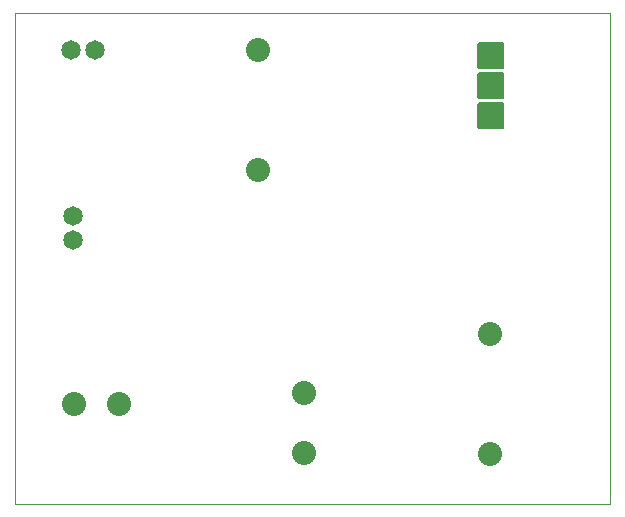
<source format=gbr>
G04 PROTEUS GERBER X2 FILE*
%TF.GenerationSoftware,Labcenter,Proteus,8.17-SP2-Build37159*%
%TF.CreationDate,2024-06-19T08:40:51+00:00*%
%TF.FileFunction,Soldermask,Top*%
%TF.FilePolarity,Negative*%
%TF.Part,Single*%
%TF.SameCoordinates,{cc4adc65-c152-4fc9-8d13-ce7ccd937357}*%
%FSLAX45Y45*%
%MOMM*%
G01*
%TA.AperFunction,Material*%
%ADD18C,2.032000*%
%AMPPAD009*
4,1,36,
1.143000,1.016000,
1.143000,-1.016000,
1.140420,-1.041590,
1.133020,-1.065430,
1.121310,-1.087000,
1.105800,-1.105800,
1.087000,-1.121310,
1.065430,-1.133020,
1.041590,-1.140420,
1.016000,-1.143000,
-1.016000,-1.143000,
-1.041590,-1.140420,
-1.065430,-1.133020,
-1.087000,-1.121310,
-1.105800,-1.105800,
-1.121310,-1.087000,
-1.133020,-1.065430,
-1.140420,-1.041590,
-1.143000,-1.016000,
-1.143000,1.016000,
-1.140420,1.041590,
-1.133020,1.065430,
-1.121310,1.087000,
-1.105800,1.105800,
-1.087000,1.121310,
-1.065430,1.133020,
-1.041590,1.140420,
-1.016000,1.143000,
1.016000,1.143000,
1.041590,1.140420,
1.065430,1.133020,
1.087000,1.121310,
1.105800,1.105800,
1.121310,1.087000,
1.133020,1.065430,
1.140420,1.041590,
1.143000,1.016000,
0*%
%TA.AperFunction,Material*%
%ADD19PPAD009*%
%TA.AperFunction,Material*%
%ADD70C,1.651000*%
%TA.AperFunction,Profile*%
%ADD13C,0.101600*%
%TD.AperFunction*%
D18*
X-2535000Y+446000D03*
X-2916000Y+446000D03*
X-964000Y+537000D03*
X-964000Y+29000D03*
D19*
X+617000Y+3393000D03*
X+617000Y+3139000D03*
X+617000Y+2885000D03*
D18*
X+609000Y+24000D03*
X+609000Y+1040000D03*
X-1356000Y+3441000D03*
X-1356000Y+2425000D03*
D70*
X-2938000Y+3441000D03*
X-2738000Y+3441000D03*
X-2920000Y+2040000D03*
X-2920000Y+1840000D03*
D13*
X-3410000Y-400000D02*
X+1620000Y-400000D01*
X+1620000Y+3760000D01*
X-3410000Y+3760000D01*
X-3410000Y-400000D01*
M02*

</source>
